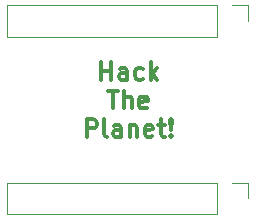
<source format=gbr>
%TF.GenerationSoftware,KiCad,Pcbnew,8.0.4*%
%TF.CreationDate,2024-07-28T12:52:59-07:00*%
%TF.ProjectId,pace 5268ac,70616365-2035-4323-9638-61632e6b6963,rev?*%
%TF.SameCoordinates,Original*%
%TF.FileFunction,Legend,Top*%
%TF.FilePolarity,Positive*%
%FSLAX46Y46*%
G04 Gerber Fmt 4.6, Leading zero omitted, Abs format (unit mm)*
G04 Created by KiCad (PCBNEW 8.0.4) date 2024-07-28 12:52:59*
%MOMM*%
%LPD*%
G01*
G04 APERTURE LIST*
%ADD10C,0.300000*%
%ADD11C,0.120000*%
G04 APERTURE END LIST*
D10*
X101784856Y-92346996D02*
X101784856Y-90846996D01*
X101784856Y-91561282D02*
X102641999Y-91561282D01*
X102641999Y-92346996D02*
X102641999Y-90846996D01*
X103999143Y-92346996D02*
X103999143Y-91561282D01*
X103999143Y-91561282D02*
X103927714Y-91418425D01*
X103927714Y-91418425D02*
X103784857Y-91346996D01*
X103784857Y-91346996D02*
X103499143Y-91346996D01*
X103499143Y-91346996D02*
X103356285Y-91418425D01*
X103999143Y-92275568D02*
X103856285Y-92346996D01*
X103856285Y-92346996D02*
X103499143Y-92346996D01*
X103499143Y-92346996D02*
X103356285Y-92275568D01*
X103356285Y-92275568D02*
X103284857Y-92132710D01*
X103284857Y-92132710D02*
X103284857Y-91989853D01*
X103284857Y-91989853D02*
X103356285Y-91846996D01*
X103356285Y-91846996D02*
X103499143Y-91775568D01*
X103499143Y-91775568D02*
X103856285Y-91775568D01*
X103856285Y-91775568D02*
X103999143Y-91704139D01*
X105356286Y-92275568D02*
X105213428Y-92346996D01*
X105213428Y-92346996D02*
X104927714Y-92346996D01*
X104927714Y-92346996D02*
X104784857Y-92275568D01*
X104784857Y-92275568D02*
X104713428Y-92204139D01*
X104713428Y-92204139D02*
X104642000Y-92061282D01*
X104642000Y-92061282D02*
X104642000Y-91632710D01*
X104642000Y-91632710D02*
X104713428Y-91489853D01*
X104713428Y-91489853D02*
X104784857Y-91418425D01*
X104784857Y-91418425D02*
X104927714Y-91346996D01*
X104927714Y-91346996D02*
X105213428Y-91346996D01*
X105213428Y-91346996D02*
X105356286Y-91418425D01*
X105999142Y-92346996D02*
X105999142Y-90846996D01*
X106142000Y-91775568D02*
X106570571Y-92346996D01*
X106570571Y-91346996D02*
X105999142Y-91918425D01*
X102392000Y-93261912D02*
X103249143Y-93261912D01*
X102820571Y-94761912D02*
X102820571Y-93261912D01*
X103749142Y-94761912D02*
X103749142Y-93261912D01*
X104392000Y-94761912D02*
X104392000Y-93976198D01*
X104392000Y-93976198D02*
X104320571Y-93833341D01*
X104320571Y-93833341D02*
X104177714Y-93761912D01*
X104177714Y-93761912D02*
X103963428Y-93761912D01*
X103963428Y-93761912D02*
X103820571Y-93833341D01*
X103820571Y-93833341D02*
X103749142Y-93904769D01*
X105677714Y-94690484D02*
X105534857Y-94761912D01*
X105534857Y-94761912D02*
X105249143Y-94761912D01*
X105249143Y-94761912D02*
X105106285Y-94690484D01*
X105106285Y-94690484D02*
X105034857Y-94547626D01*
X105034857Y-94547626D02*
X105034857Y-93976198D01*
X105034857Y-93976198D02*
X105106285Y-93833341D01*
X105106285Y-93833341D02*
X105249143Y-93761912D01*
X105249143Y-93761912D02*
X105534857Y-93761912D01*
X105534857Y-93761912D02*
X105677714Y-93833341D01*
X105677714Y-93833341D02*
X105749143Y-93976198D01*
X105749143Y-93976198D02*
X105749143Y-94119055D01*
X105749143Y-94119055D02*
X105034857Y-94261912D01*
X100570571Y-97176828D02*
X100570571Y-95676828D01*
X100570571Y-95676828D02*
X101142000Y-95676828D01*
X101142000Y-95676828D02*
X101284857Y-95748257D01*
X101284857Y-95748257D02*
X101356286Y-95819685D01*
X101356286Y-95819685D02*
X101427714Y-95962542D01*
X101427714Y-95962542D02*
X101427714Y-96176828D01*
X101427714Y-96176828D02*
X101356286Y-96319685D01*
X101356286Y-96319685D02*
X101284857Y-96391114D01*
X101284857Y-96391114D02*
X101142000Y-96462542D01*
X101142000Y-96462542D02*
X100570571Y-96462542D01*
X102284857Y-97176828D02*
X102142000Y-97105400D01*
X102142000Y-97105400D02*
X102070571Y-96962542D01*
X102070571Y-96962542D02*
X102070571Y-95676828D01*
X103499143Y-97176828D02*
X103499143Y-96391114D01*
X103499143Y-96391114D02*
X103427714Y-96248257D01*
X103427714Y-96248257D02*
X103284857Y-96176828D01*
X103284857Y-96176828D02*
X102999143Y-96176828D01*
X102999143Y-96176828D02*
X102856285Y-96248257D01*
X103499143Y-97105400D02*
X103356285Y-97176828D01*
X103356285Y-97176828D02*
X102999143Y-97176828D01*
X102999143Y-97176828D02*
X102856285Y-97105400D01*
X102856285Y-97105400D02*
X102784857Y-96962542D01*
X102784857Y-96962542D02*
X102784857Y-96819685D01*
X102784857Y-96819685D02*
X102856285Y-96676828D01*
X102856285Y-96676828D02*
X102999143Y-96605400D01*
X102999143Y-96605400D02*
X103356285Y-96605400D01*
X103356285Y-96605400D02*
X103499143Y-96533971D01*
X104213428Y-96176828D02*
X104213428Y-97176828D01*
X104213428Y-96319685D02*
X104284857Y-96248257D01*
X104284857Y-96248257D02*
X104427714Y-96176828D01*
X104427714Y-96176828D02*
X104642000Y-96176828D01*
X104642000Y-96176828D02*
X104784857Y-96248257D01*
X104784857Y-96248257D02*
X104856286Y-96391114D01*
X104856286Y-96391114D02*
X104856286Y-97176828D01*
X106142000Y-97105400D02*
X105999143Y-97176828D01*
X105999143Y-97176828D02*
X105713429Y-97176828D01*
X105713429Y-97176828D02*
X105570571Y-97105400D01*
X105570571Y-97105400D02*
X105499143Y-96962542D01*
X105499143Y-96962542D02*
X105499143Y-96391114D01*
X105499143Y-96391114D02*
X105570571Y-96248257D01*
X105570571Y-96248257D02*
X105713429Y-96176828D01*
X105713429Y-96176828D02*
X105999143Y-96176828D01*
X105999143Y-96176828D02*
X106142000Y-96248257D01*
X106142000Y-96248257D02*
X106213429Y-96391114D01*
X106213429Y-96391114D02*
X106213429Y-96533971D01*
X106213429Y-96533971D02*
X105499143Y-96676828D01*
X106642000Y-96176828D02*
X107213428Y-96176828D01*
X106856285Y-95676828D02*
X106856285Y-96962542D01*
X106856285Y-96962542D02*
X106927714Y-97105400D01*
X106927714Y-97105400D02*
X107070571Y-97176828D01*
X107070571Y-97176828D02*
X107213428Y-97176828D01*
X107713428Y-97033971D02*
X107784857Y-97105400D01*
X107784857Y-97105400D02*
X107713428Y-97176828D01*
X107713428Y-97176828D02*
X107642000Y-97105400D01*
X107642000Y-97105400D02*
X107713428Y-97033971D01*
X107713428Y-97033971D02*
X107713428Y-97176828D01*
X107713428Y-96605400D02*
X107642000Y-95748257D01*
X107642000Y-95748257D02*
X107713428Y-95676828D01*
X107713428Y-95676828D02*
X107784857Y-95748257D01*
X107784857Y-95748257D02*
X107713428Y-96605400D01*
X107713428Y-96605400D02*
X107713428Y-95676828D01*
D11*
%TO.C,J2*%
X114252000Y-101046000D02*
X114252000Y-102376000D01*
X112922000Y-101046000D02*
X114252000Y-101046000D01*
X111652000Y-103706000D02*
X93812000Y-103706000D01*
X111652000Y-101046000D02*
X111652000Y-103706000D01*
X111652000Y-101046000D02*
X93812000Y-101046000D01*
X93812000Y-101046000D02*
X93812000Y-103706000D01*
%TO.C,J1*%
X114252000Y-86046000D02*
X114252000Y-87376000D01*
X112922000Y-86046000D02*
X114252000Y-86046000D01*
X111652000Y-88706000D02*
X93812000Y-88706000D01*
X111652000Y-86046000D02*
X111652000Y-88706000D01*
X111652000Y-86046000D02*
X93812000Y-86046000D01*
X93812000Y-86046000D02*
X93812000Y-88706000D01*
%TD*%
M02*

</source>
